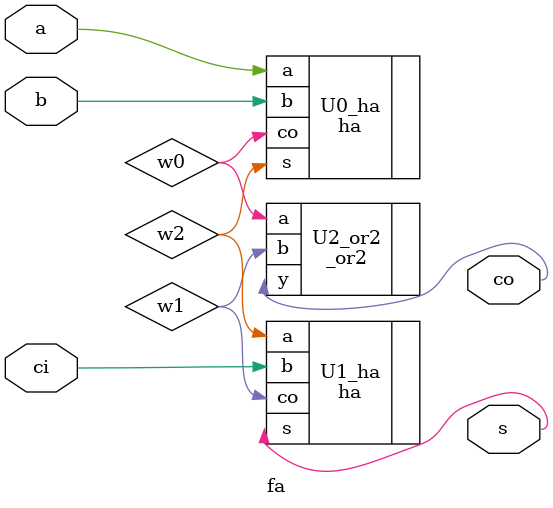
<source format=v>
module fa(a,b,ci,s,co); // 두 개의 입력값의 합을 출력하는 full adder 
input a,b,ci;
output s,co;
wire w0, w1, w2;

ha U0_ha(.a(a), .b(b), .s(w2), .co(w0));
ha U1_ha(.a(w2), .b(ci), .s(s), .co(w1));
_or2	U2_or2(.a(w0), .b(w1), .y(co));

endmodule

</source>
